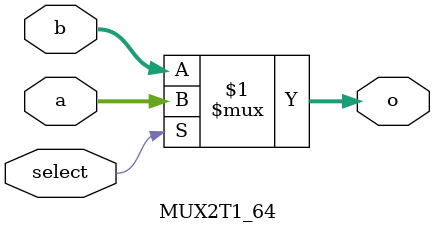
<source format=v>
`timescale 1ns / 1ps
module MUX2T1_64(
	input [63:0]a,
	input [63:0]b,
	input select,
	output [63:0]o
    );
	
	assign o = select ? a : b ;

endmodule

</source>
